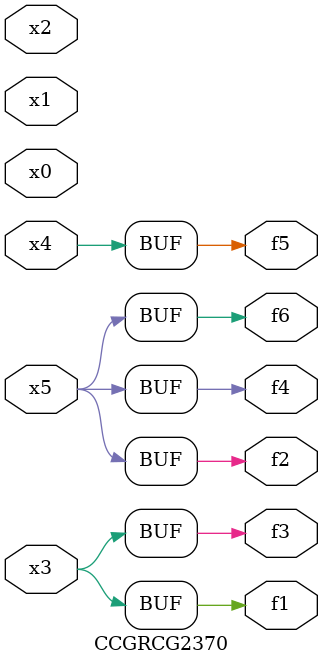
<source format=v>
module CCGRCG2370(
	input x0, x1, x2, x3, x4, x5,
	output f1, f2, f3, f4, f5, f6
);
	assign f1 = x3;
	assign f2 = x5;
	assign f3 = x3;
	assign f4 = x5;
	assign f5 = x4;
	assign f6 = x5;
endmodule

</source>
